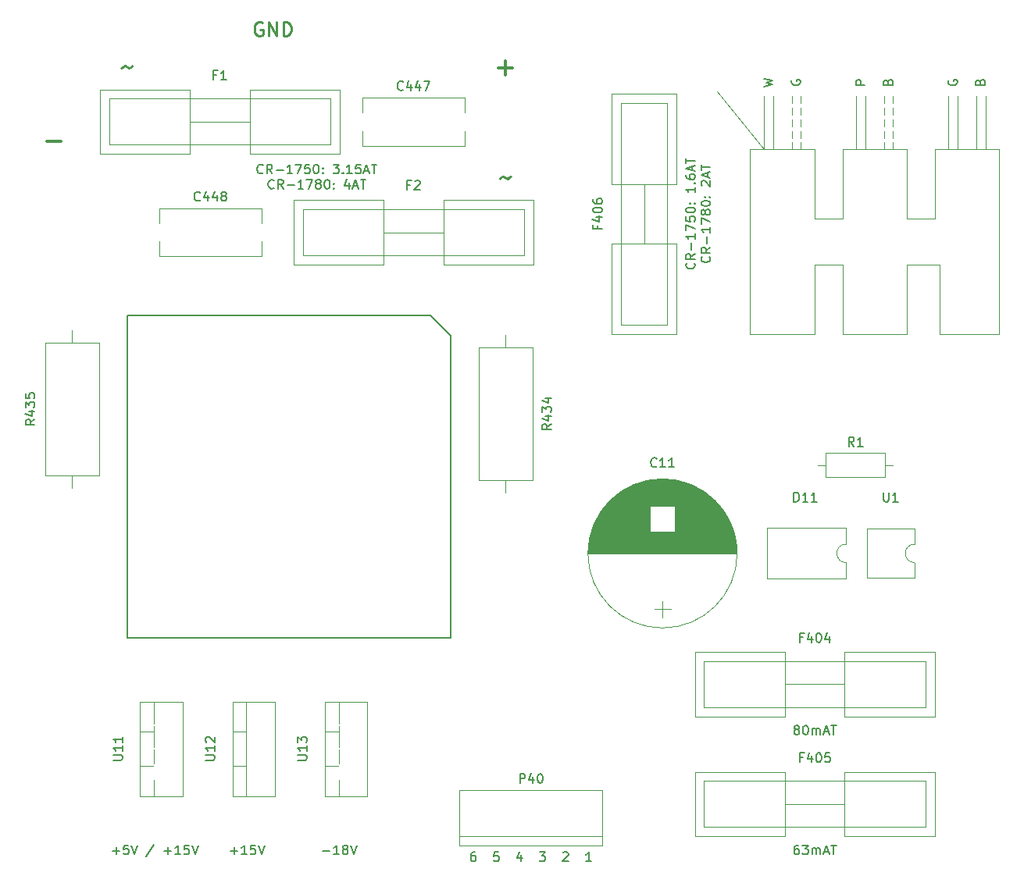
<source format=gto>
%TF.GenerationSoftware,KiCad,Pcbnew,(5.1.7)-1*%
%TF.CreationDate,2022-01-04T16:30:19+01:00*%
%TF.ProjectId,cr-17xx-psu-board,63722d31-3778-4782-9d70-73752d626f61,rev?*%
%TF.SameCoordinates,Original*%
%TF.FileFunction,Legend,Top*%
%TF.FilePolarity,Positive*%
%FSLAX46Y46*%
G04 Gerber Fmt 4.6, Leading zero omitted, Abs format (unit mm)*
G04 Created by KiCad (PCBNEW (5.1.7)-1) date 2022-01-04 16:30:19*
%MOMM*%
%LPD*%
G01*
G04 APERTURE LIST*
%ADD10C,0.150000*%
%ADD11C,0.225000*%
%ADD12C,0.300000*%
%ADD13C,0.120000*%
%ADD14R,2.600000X2.600000*%
%ADD15C,2.600000*%
%ADD16C,4.000000*%
%ADD17O,1.800000X1.800000*%
%ADD18R,1.800000X1.800000*%
%ADD19R,2.200000X1.800000*%
%ADD20O,2.200000X1.800000*%
%ADD21C,1.800000*%
%ADD22C,2.350000*%
%ADD23C,2.800000*%
%ADD24O,2.800000X2.800000*%
%ADD25C,4.000500*%
%ADD26R,2.000000X2.000000*%
%ADD27C,2.000000*%
%ADD28C,3.000000*%
G04 APERTURE END LIST*
D10*
X82285714Y-114202380D02*
X81714285Y-114202380D01*
X82000000Y-114202380D02*
X82000000Y-113202380D01*
X81904761Y-113345238D01*
X81809523Y-113440476D01*
X81714285Y-113488095D01*
X79214285Y-113297619D02*
X79261904Y-113250000D01*
X79357142Y-113202380D01*
X79595238Y-113202380D01*
X79690476Y-113250000D01*
X79738095Y-113297619D01*
X79785714Y-113392857D01*
X79785714Y-113488095D01*
X79738095Y-113630952D01*
X79166666Y-114202380D01*
X79785714Y-114202380D01*
X76666666Y-113202380D02*
X77285714Y-113202380D01*
X76952380Y-113583333D01*
X77095238Y-113583333D01*
X77190476Y-113630952D01*
X77238095Y-113678571D01*
X77285714Y-113773809D01*
X77285714Y-114011904D01*
X77238095Y-114107142D01*
X77190476Y-114154761D01*
X77095238Y-114202380D01*
X76809523Y-114202380D01*
X76714285Y-114154761D01*
X76666666Y-114107142D01*
X74690476Y-113535714D02*
X74690476Y-114202380D01*
X74452380Y-113154761D02*
X74214285Y-113869047D01*
X74833333Y-113869047D01*
X72238095Y-113202380D02*
X71761904Y-113202380D01*
X71714285Y-113678571D01*
X71761904Y-113630952D01*
X71857142Y-113583333D01*
X72095238Y-113583333D01*
X72190476Y-113630952D01*
X72238095Y-113678571D01*
X72285714Y-113773809D01*
X72285714Y-114011904D01*
X72238095Y-114107142D01*
X72190476Y-114154761D01*
X72095238Y-114202380D01*
X71857142Y-114202380D01*
X71761904Y-114154761D01*
X71714285Y-114107142D01*
X69690476Y-113202380D02*
X69500000Y-113202380D01*
X69404761Y-113250000D01*
X69357142Y-113297619D01*
X69261904Y-113440476D01*
X69214285Y-113630952D01*
X69214285Y-114011904D01*
X69261904Y-114107142D01*
X69309523Y-114154761D01*
X69404761Y-114202380D01*
X69595238Y-114202380D01*
X69690476Y-114154761D01*
X69738095Y-114107142D01*
X69785714Y-114011904D01*
X69785714Y-113773809D01*
X69738095Y-113678571D01*
X69690476Y-113630952D01*
X69595238Y-113583333D01*
X69404761Y-113583333D01*
X69309523Y-113630952D01*
X69261904Y-113678571D01*
X69214285Y-113773809D01*
D11*
X72345238Y-40178571D02*
X72464285Y-40059523D01*
X72702380Y-39940476D01*
X73178571Y-40178571D01*
X73416666Y-40059523D01*
X73535714Y-39940476D01*
X31345238Y-28178571D02*
X31464285Y-28059523D01*
X31702380Y-27940476D01*
X32178571Y-28178571D01*
X32416666Y-28059523D01*
X32535714Y-27940476D01*
X46607142Y-23250000D02*
X46464285Y-23178571D01*
X46250000Y-23178571D01*
X46035714Y-23250000D01*
X45892857Y-23392857D01*
X45821428Y-23535714D01*
X45750000Y-23821428D01*
X45750000Y-24035714D01*
X45821428Y-24321428D01*
X45892857Y-24464285D01*
X46035714Y-24607142D01*
X46250000Y-24678571D01*
X46392857Y-24678571D01*
X46607142Y-24607142D01*
X46678571Y-24535714D01*
X46678571Y-24035714D01*
X46392857Y-24035714D01*
X47321428Y-24678571D02*
X47321428Y-23178571D01*
X48178571Y-24678571D01*
X48178571Y-23178571D01*
X48892857Y-24678571D02*
X48892857Y-23178571D01*
X49250000Y-23178571D01*
X49464285Y-23250000D01*
X49607142Y-23392857D01*
X49678571Y-23535714D01*
X49750000Y-23821428D01*
X49750000Y-24035714D01*
X49678571Y-24321428D01*
X49607142Y-24464285D01*
X49464285Y-24607142D01*
X49250000Y-24678571D01*
X48892857Y-24678571D01*
D10*
X53188095Y-113071428D02*
X53950000Y-113071428D01*
X54950000Y-113452380D02*
X54378571Y-113452380D01*
X54664285Y-113452380D02*
X54664285Y-112452380D01*
X54569047Y-112595238D01*
X54473809Y-112690476D01*
X54378571Y-112738095D01*
X55521428Y-112880952D02*
X55426190Y-112833333D01*
X55378571Y-112785714D01*
X55330952Y-112690476D01*
X55330952Y-112642857D01*
X55378571Y-112547619D01*
X55426190Y-112500000D01*
X55521428Y-112452380D01*
X55711904Y-112452380D01*
X55807142Y-112500000D01*
X55854761Y-112547619D01*
X55902380Y-112642857D01*
X55902380Y-112690476D01*
X55854761Y-112785714D01*
X55807142Y-112833333D01*
X55711904Y-112880952D01*
X55521428Y-112880952D01*
X55426190Y-112928571D01*
X55378571Y-112976190D01*
X55330952Y-113071428D01*
X55330952Y-113261904D01*
X55378571Y-113357142D01*
X55426190Y-113404761D01*
X55521428Y-113452380D01*
X55711904Y-113452380D01*
X55807142Y-113404761D01*
X55854761Y-113357142D01*
X55902380Y-113261904D01*
X55902380Y-113071428D01*
X55854761Y-112976190D01*
X55807142Y-112928571D01*
X55711904Y-112880952D01*
X56188095Y-112452380D02*
X56521428Y-113452380D01*
X56854761Y-112452380D01*
X43188095Y-113071428D02*
X43950000Y-113071428D01*
X43569047Y-113452380D02*
X43569047Y-112690476D01*
X44950000Y-113452380D02*
X44378571Y-113452380D01*
X44664285Y-113452380D02*
X44664285Y-112452380D01*
X44569047Y-112595238D01*
X44473809Y-112690476D01*
X44378571Y-112738095D01*
X45854761Y-112452380D02*
X45378571Y-112452380D01*
X45330952Y-112928571D01*
X45378571Y-112880952D01*
X45473809Y-112833333D01*
X45711904Y-112833333D01*
X45807142Y-112880952D01*
X45854761Y-112928571D01*
X45902380Y-113023809D01*
X45902380Y-113261904D01*
X45854761Y-113357142D01*
X45807142Y-113404761D01*
X45711904Y-113452380D01*
X45473809Y-113452380D01*
X45378571Y-113404761D01*
X45330952Y-113357142D01*
X46188095Y-112452380D02*
X46521428Y-113452380D01*
X46854761Y-112452380D01*
X30378571Y-113071428D02*
X31140476Y-113071428D01*
X30759523Y-113452380D02*
X30759523Y-112690476D01*
X32092857Y-112452380D02*
X31616666Y-112452380D01*
X31569047Y-112928571D01*
X31616666Y-112880952D01*
X31711904Y-112833333D01*
X31950000Y-112833333D01*
X32045238Y-112880952D01*
X32092857Y-112928571D01*
X32140476Y-113023809D01*
X32140476Y-113261904D01*
X32092857Y-113357142D01*
X32045238Y-113404761D01*
X31950000Y-113452380D01*
X31711904Y-113452380D01*
X31616666Y-113404761D01*
X31569047Y-113357142D01*
X32426190Y-112452380D02*
X32759523Y-113452380D01*
X33092857Y-112452380D01*
X34902380Y-112404761D02*
X34045238Y-113690476D01*
X35997619Y-113071428D02*
X36759523Y-113071428D01*
X36378571Y-113452380D02*
X36378571Y-112690476D01*
X37759523Y-113452380D02*
X37188095Y-113452380D01*
X37473809Y-113452380D02*
X37473809Y-112452380D01*
X37378571Y-112595238D01*
X37283333Y-112690476D01*
X37188095Y-112738095D01*
X38664285Y-112452380D02*
X38188095Y-112452380D01*
X38140476Y-112928571D01*
X38188095Y-112880952D01*
X38283333Y-112833333D01*
X38521428Y-112833333D01*
X38616666Y-112880952D01*
X38664285Y-112928571D01*
X38711904Y-113023809D01*
X38711904Y-113261904D01*
X38664285Y-113357142D01*
X38616666Y-113404761D01*
X38521428Y-113452380D01*
X38283333Y-113452380D01*
X38188095Y-113404761D01*
X38140476Y-113357142D01*
X38997619Y-112452380D02*
X39330952Y-113452380D01*
X39664285Y-112452380D01*
X46690476Y-39532142D02*
X46642857Y-39579761D01*
X46500000Y-39627380D01*
X46404761Y-39627380D01*
X46261904Y-39579761D01*
X46166666Y-39484523D01*
X46119047Y-39389285D01*
X46071428Y-39198809D01*
X46071428Y-39055952D01*
X46119047Y-38865476D01*
X46166666Y-38770238D01*
X46261904Y-38675000D01*
X46404761Y-38627380D01*
X46500000Y-38627380D01*
X46642857Y-38675000D01*
X46690476Y-38722619D01*
X47690476Y-39627380D02*
X47357142Y-39151190D01*
X47119047Y-39627380D02*
X47119047Y-38627380D01*
X47500000Y-38627380D01*
X47595238Y-38675000D01*
X47642857Y-38722619D01*
X47690476Y-38817857D01*
X47690476Y-38960714D01*
X47642857Y-39055952D01*
X47595238Y-39103571D01*
X47500000Y-39151190D01*
X47119047Y-39151190D01*
X48119047Y-39246428D02*
X48880952Y-39246428D01*
X49880952Y-39627380D02*
X49309523Y-39627380D01*
X49595238Y-39627380D02*
X49595238Y-38627380D01*
X49500000Y-38770238D01*
X49404761Y-38865476D01*
X49309523Y-38913095D01*
X50214285Y-38627380D02*
X50880952Y-38627380D01*
X50452380Y-39627380D01*
X51738095Y-38627380D02*
X51261904Y-38627380D01*
X51214285Y-39103571D01*
X51261904Y-39055952D01*
X51357142Y-39008333D01*
X51595238Y-39008333D01*
X51690476Y-39055952D01*
X51738095Y-39103571D01*
X51785714Y-39198809D01*
X51785714Y-39436904D01*
X51738095Y-39532142D01*
X51690476Y-39579761D01*
X51595238Y-39627380D01*
X51357142Y-39627380D01*
X51261904Y-39579761D01*
X51214285Y-39532142D01*
X52404761Y-38627380D02*
X52500000Y-38627380D01*
X52595238Y-38675000D01*
X52642857Y-38722619D01*
X52690476Y-38817857D01*
X52738095Y-39008333D01*
X52738095Y-39246428D01*
X52690476Y-39436904D01*
X52642857Y-39532142D01*
X52595238Y-39579761D01*
X52500000Y-39627380D01*
X52404761Y-39627380D01*
X52309523Y-39579761D01*
X52261904Y-39532142D01*
X52214285Y-39436904D01*
X52166666Y-39246428D01*
X52166666Y-39008333D01*
X52214285Y-38817857D01*
X52261904Y-38722619D01*
X52309523Y-38675000D01*
X52404761Y-38627380D01*
X53166666Y-39532142D02*
X53214285Y-39579761D01*
X53166666Y-39627380D01*
X53119047Y-39579761D01*
X53166666Y-39532142D01*
X53166666Y-39627380D01*
X53166666Y-39008333D02*
X53214285Y-39055952D01*
X53166666Y-39103571D01*
X53119047Y-39055952D01*
X53166666Y-39008333D01*
X53166666Y-39103571D01*
X54309523Y-38627380D02*
X54928571Y-38627380D01*
X54595238Y-39008333D01*
X54738095Y-39008333D01*
X54833333Y-39055952D01*
X54880952Y-39103571D01*
X54928571Y-39198809D01*
X54928571Y-39436904D01*
X54880952Y-39532142D01*
X54833333Y-39579761D01*
X54738095Y-39627380D01*
X54452380Y-39627380D01*
X54357142Y-39579761D01*
X54309523Y-39532142D01*
X55357142Y-39532142D02*
X55404761Y-39579761D01*
X55357142Y-39627380D01*
X55309523Y-39579761D01*
X55357142Y-39532142D01*
X55357142Y-39627380D01*
X56357142Y-39627380D02*
X55785714Y-39627380D01*
X56071428Y-39627380D02*
X56071428Y-38627380D01*
X55976190Y-38770238D01*
X55880952Y-38865476D01*
X55785714Y-38913095D01*
X57261904Y-38627380D02*
X56785714Y-38627380D01*
X56738095Y-39103571D01*
X56785714Y-39055952D01*
X56880952Y-39008333D01*
X57119047Y-39008333D01*
X57214285Y-39055952D01*
X57261904Y-39103571D01*
X57309523Y-39198809D01*
X57309523Y-39436904D01*
X57261904Y-39532142D01*
X57214285Y-39579761D01*
X57119047Y-39627380D01*
X56880952Y-39627380D01*
X56785714Y-39579761D01*
X56738095Y-39532142D01*
X57690476Y-39341666D02*
X58166666Y-39341666D01*
X57595238Y-39627380D02*
X57928571Y-38627380D01*
X58261904Y-39627380D01*
X58452380Y-38627380D02*
X59023809Y-38627380D01*
X58738095Y-39627380D02*
X58738095Y-38627380D01*
X47880952Y-41182142D02*
X47833333Y-41229761D01*
X47690476Y-41277380D01*
X47595238Y-41277380D01*
X47452380Y-41229761D01*
X47357142Y-41134523D01*
X47309523Y-41039285D01*
X47261904Y-40848809D01*
X47261904Y-40705952D01*
X47309523Y-40515476D01*
X47357142Y-40420238D01*
X47452380Y-40325000D01*
X47595238Y-40277380D01*
X47690476Y-40277380D01*
X47833333Y-40325000D01*
X47880952Y-40372619D01*
X48880952Y-41277380D02*
X48547619Y-40801190D01*
X48309523Y-41277380D02*
X48309523Y-40277380D01*
X48690476Y-40277380D01*
X48785714Y-40325000D01*
X48833333Y-40372619D01*
X48880952Y-40467857D01*
X48880952Y-40610714D01*
X48833333Y-40705952D01*
X48785714Y-40753571D01*
X48690476Y-40801190D01*
X48309523Y-40801190D01*
X49309523Y-40896428D02*
X50071428Y-40896428D01*
X51071428Y-41277380D02*
X50499999Y-41277380D01*
X50785714Y-41277380D02*
X50785714Y-40277380D01*
X50690476Y-40420238D01*
X50595238Y-40515476D01*
X50499999Y-40563095D01*
X51404761Y-40277380D02*
X52071428Y-40277380D01*
X51642857Y-41277380D01*
X52595238Y-40705952D02*
X52499999Y-40658333D01*
X52452380Y-40610714D01*
X52404761Y-40515476D01*
X52404761Y-40467857D01*
X52452380Y-40372619D01*
X52499999Y-40325000D01*
X52595238Y-40277380D01*
X52785714Y-40277380D01*
X52880952Y-40325000D01*
X52928571Y-40372619D01*
X52976190Y-40467857D01*
X52976190Y-40515476D01*
X52928571Y-40610714D01*
X52880952Y-40658333D01*
X52785714Y-40705952D01*
X52595238Y-40705952D01*
X52499999Y-40753571D01*
X52452380Y-40801190D01*
X52404761Y-40896428D01*
X52404761Y-41086904D01*
X52452380Y-41182142D01*
X52499999Y-41229761D01*
X52595238Y-41277380D01*
X52785714Y-41277380D01*
X52880952Y-41229761D01*
X52928571Y-41182142D01*
X52976190Y-41086904D01*
X52976190Y-40896428D01*
X52928571Y-40801190D01*
X52880952Y-40753571D01*
X52785714Y-40705952D01*
X53595238Y-40277380D02*
X53690476Y-40277380D01*
X53785714Y-40325000D01*
X53833333Y-40372619D01*
X53880952Y-40467857D01*
X53928571Y-40658333D01*
X53928571Y-40896428D01*
X53880952Y-41086904D01*
X53833333Y-41182142D01*
X53785714Y-41229761D01*
X53690476Y-41277380D01*
X53595238Y-41277380D01*
X53499999Y-41229761D01*
X53452380Y-41182142D01*
X53404761Y-41086904D01*
X53357142Y-40896428D01*
X53357142Y-40658333D01*
X53404761Y-40467857D01*
X53452380Y-40372619D01*
X53499999Y-40325000D01*
X53595238Y-40277380D01*
X54357142Y-41182142D02*
X54404761Y-41229761D01*
X54357142Y-41277380D01*
X54309523Y-41229761D01*
X54357142Y-41182142D01*
X54357142Y-41277380D01*
X54357142Y-40658333D02*
X54404761Y-40705952D01*
X54357142Y-40753571D01*
X54309523Y-40705952D01*
X54357142Y-40658333D01*
X54357142Y-40753571D01*
X56023809Y-40610714D02*
X56023809Y-41277380D01*
X55785714Y-40229761D02*
X55547619Y-40944047D01*
X56166666Y-40944047D01*
X56499999Y-40991666D02*
X56976190Y-40991666D01*
X56404761Y-41277380D02*
X56738095Y-40277380D01*
X57071428Y-41277380D01*
X57261904Y-40277380D02*
X57833333Y-40277380D01*
X57547619Y-41277380D02*
X57547619Y-40277380D01*
D12*
X72238095Y-28142857D02*
X73761904Y-28142857D01*
X73000000Y-28904761D02*
X73000000Y-27380952D01*
X23238095Y-36142857D02*
X24761904Y-36142857D01*
D10*
X93432142Y-49333333D02*
X93479761Y-49380952D01*
X93527380Y-49523809D01*
X93527380Y-49619047D01*
X93479761Y-49761904D01*
X93384523Y-49857142D01*
X93289285Y-49904761D01*
X93098809Y-49952380D01*
X92955952Y-49952380D01*
X92765476Y-49904761D01*
X92670238Y-49857142D01*
X92575000Y-49761904D01*
X92527380Y-49619047D01*
X92527380Y-49523809D01*
X92575000Y-49380952D01*
X92622619Y-49333333D01*
X93527380Y-48333333D02*
X93051190Y-48666666D01*
X93527380Y-48904761D02*
X92527380Y-48904761D01*
X92527380Y-48523809D01*
X92575000Y-48428571D01*
X92622619Y-48380952D01*
X92717857Y-48333333D01*
X92860714Y-48333333D01*
X92955952Y-48380952D01*
X93003571Y-48428571D01*
X93051190Y-48523809D01*
X93051190Y-48904761D01*
X93146428Y-47904761D02*
X93146428Y-47142857D01*
X93527380Y-46142857D02*
X93527380Y-46714285D01*
X93527380Y-46428571D02*
X92527380Y-46428571D01*
X92670238Y-46523809D01*
X92765476Y-46619047D01*
X92813095Y-46714285D01*
X92527380Y-45809523D02*
X92527380Y-45142857D01*
X93527380Y-45571428D01*
X92527380Y-44285714D02*
X92527380Y-44761904D01*
X93003571Y-44809523D01*
X92955952Y-44761904D01*
X92908333Y-44666666D01*
X92908333Y-44428571D01*
X92955952Y-44333333D01*
X93003571Y-44285714D01*
X93098809Y-44238095D01*
X93336904Y-44238095D01*
X93432142Y-44285714D01*
X93479761Y-44333333D01*
X93527380Y-44428571D01*
X93527380Y-44666666D01*
X93479761Y-44761904D01*
X93432142Y-44809523D01*
X92527380Y-43619047D02*
X92527380Y-43523809D01*
X92575000Y-43428571D01*
X92622619Y-43380952D01*
X92717857Y-43333333D01*
X92908333Y-43285714D01*
X93146428Y-43285714D01*
X93336904Y-43333333D01*
X93432142Y-43380952D01*
X93479761Y-43428571D01*
X93527380Y-43523809D01*
X93527380Y-43619047D01*
X93479761Y-43714285D01*
X93432142Y-43761904D01*
X93336904Y-43809523D01*
X93146428Y-43857142D01*
X92908333Y-43857142D01*
X92717857Y-43809523D01*
X92622619Y-43761904D01*
X92575000Y-43714285D01*
X92527380Y-43619047D01*
X93432142Y-42857142D02*
X93479761Y-42809523D01*
X93527380Y-42857142D01*
X93479761Y-42904761D01*
X93432142Y-42857142D01*
X93527380Y-42857142D01*
X92908333Y-42857142D02*
X92955952Y-42809523D01*
X93003571Y-42857142D01*
X92955952Y-42904761D01*
X92908333Y-42857142D01*
X93003571Y-42857142D01*
X93527380Y-41095238D02*
X93527380Y-41666666D01*
X93527380Y-41380952D02*
X92527380Y-41380952D01*
X92670238Y-41476190D01*
X92765476Y-41571428D01*
X92813095Y-41666666D01*
X93432142Y-40666666D02*
X93479761Y-40619047D01*
X93527380Y-40666666D01*
X93479761Y-40714285D01*
X93432142Y-40666666D01*
X93527380Y-40666666D01*
X92527380Y-39761904D02*
X92527380Y-39952380D01*
X92575000Y-40047619D01*
X92622619Y-40095238D01*
X92765476Y-40190476D01*
X92955952Y-40238095D01*
X93336904Y-40238095D01*
X93432142Y-40190476D01*
X93479761Y-40142857D01*
X93527380Y-40047619D01*
X93527380Y-39857142D01*
X93479761Y-39761904D01*
X93432142Y-39714285D01*
X93336904Y-39666666D01*
X93098809Y-39666666D01*
X93003571Y-39714285D01*
X92955952Y-39761904D01*
X92908333Y-39857142D01*
X92908333Y-40047619D01*
X92955952Y-40142857D01*
X93003571Y-40190476D01*
X93098809Y-40238095D01*
X93241666Y-39285714D02*
X93241666Y-38809523D01*
X93527380Y-39380952D02*
X92527380Y-39047619D01*
X93527380Y-38714285D01*
X92527380Y-38523809D02*
X92527380Y-37952380D01*
X93527380Y-38238095D02*
X92527380Y-38238095D01*
X95082142Y-48619047D02*
X95129761Y-48666666D01*
X95177380Y-48809523D01*
X95177380Y-48904761D01*
X95129761Y-49047619D01*
X95034523Y-49142857D01*
X94939285Y-49190476D01*
X94748809Y-49238095D01*
X94605952Y-49238095D01*
X94415476Y-49190476D01*
X94320238Y-49142857D01*
X94225000Y-49047619D01*
X94177380Y-48904761D01*
X94177380Y-48809523D01*
X94225000Y-48666666D01*
X94272619Y-48619047D01*
X95177380Y-47619047D02*
X94701190Y-47952380D01*
X95177380Y-48190476D02*
X94177380Y-48190476D01*
X94177380Y-47809523D01*
X94225000Y-47714285D01*
X94272619Y-47666666D01*
X94367857Y-47619047D01*
X94510714Y-47619047D01*
X94605952Y-47666666D01*
X94653571Y-47714285D01*
X94701190Y-47809523D01*
X94701190Y-48190476D01*
X94796428Y-47190476D02*
X94796428Y-46428571D01*
X95177380Y-45428571D02*
X95177380Y-46000000D01*
X95177380Y-45714285D02*
X94177380Y-45714285D01*
X94320238Y-45809523D01*
X94415476Y-45904761D01*
X94463095Y-46000000D01*
X94177380Y-45095238D02*
X94177380Y-44428571D01*
X95177380Y-44857142D01*
X94605952Y-43904761D02*
X94558333Y-44000000D01*
X94510714Y-44047619D01*
X94415476Y-44095238D01*
X94367857Y-44095238D01*
X94272619Y-44047619D01*
X94225000Y-44000000D01*
X94177380Y-43904761D01*
X94177380Y-43714285D01*
X94225000Y-43619047D01*
X94272619Y-43571428D01*
X94367857Y-43523809D01*
X94415476Y-43523809D01*
X94510714Y-43571428D01*
X94558333Y-43619047D01*
X94605952Y-43714285D01*
X94605952Y-43904761D01*
X94653571Y-44000000D01*
X94701190Y-44047619D01*
X94796428Y-44095238D01*
X94986904Y-44095238D01*
X95082142Y-44047619D01*
X95129761Y-44000000D01*
X95177380Y-43904761D01*
X95177380Y-43714285D01*
X95129761Y-43619047D01*
X95082142Y-43571428D01*
X94986904Y-43523809D01*
X94796428Y-43523809D01*
X94701190Y-43571428D01*
X94653571Y-43619047D01*
X94605952Y-43714285D01*
X94177380Y-42904761D02*
X94177380Y-42809523D01*
X94225000Y-42714285D01*
X94272619Y-42666666D01*
X94367857Y-42619047D01*
X94558333Y-42571428D01*
X94796428Y-42571428D01*
X94986904Y-42619047D01*
X95082142Y-42666666D01*
X95129761Y-42714285D01*
X95177380Y-42809523D01*
X95177380Y-42904761D01*
X95129761Y-43000000D01*
X95082142Y-43047619D01*
X94986904Y-43095238D01*
X94796428Y-43142857D01*
X94558333Y-43142857D01*
X94367857Y-43095238D01*
X94272619Y-43047619D01*
X94225000Y-43000000D01*
X94177380Y-42904761D01*
X95082142Y-42142857D02*
X95129761Y-42095238D01*
X95177380Y-42142857D01*
X95129761Y-42190476D01*
X95082142Y-42142857D01*
X95177380Y-42142857D01*
X94558333Y-42142857D02*
X94605952Y-42095238D01*
X94653571Y-42142857D01*
X94605952Y-42190476D01*
X94558333Y-42142857D01*
X94653571Y-42142857D01*
X94272619Y-40952380D02*
X94225000Y-40904761D01*
X94177380Y-40809523D01*
X94177380Y-40571428D01*
X94225000Y-40476190D01*
X94272619Y-40428571D01*
X94367857Y-40380952D01*
X94463095Y-40380952D01*
X94605952Y-40428571D01*
X95177380Y-41000000D01*
X95177380Y-40380952D01*
X94891666Y-40000000D02*
X94891666Y-39523809D01*
X95177380Y-40095238D02*
X94177380Y-39761904D01*
X95177380Y-39428571D01*
X94177380Y-39238095D02*
X94177380Y-38666666D01*
X95177380Y-38952380D02*
X94177380Y-38952380D01*
X104452380Y-99880952D02*
X104357142Y-99833333D01*
X104309523Y-99785714D01*
X104261904Y-99690476D01*
X104261904Y-99642857D01*
X104309523Y-99547619D01*
X104357142Y-99500000D01*
X104452380Y-99452380D01*
X104642857Y-99452380D01*
X104738095Y-99500000D01*
X104785714Y-99547619D01*
X104833333Y-99642857D01*
X104833333Y-99690476D01*
X104785714Y-99785714D01*
X104738095Y-99833333D01*
X104642857Y-99880952D01*
X104452380Y-99880952D01*
X104357142Y-99928571D01*
X104309523Y-99976190D01*
X104261904Y-100071428D01*
X104261904Y-100261904D01*
X104309523Y-100357142D01*
X104357142Y-100404761D01*
X104452380Y-100452380D01*
X104642857Y-100452380D01*
X104738095Y-100404761D01*
X104785714Y-100357142D01*
X104833333Y-100261904D01*
X104833333Y-100071428D01*
X104785714Y-99976190D01*
X104738095Y-99928571D01*
X104642857Y-99880952D01*
X105452380Y-99452380D02*
X105547619Y-99452380D01*
X105642857Y-99500000D01*
X105690476Y-99547619D01*
X105738095Y-99642857D01*
X105785714Y-99833333D01*
X105785714Y-100071428D01*
X105738095Y-100261904D01*
X105690476Y-100357142D01*
X105642857Y-100404761D01*
X105547619Y-100452380D01*
X105452380Y-100452380D01*
X105357142Y-100404761D01*
X105309523Y-100357142D01*
X105261904Y-100261904D01*
X105214285Y-100071428D01*
X105214285Y-99833333D01*
X105261904Y-99642857D01*
X105309523Y-99547619D01*
X105357142Y-99500000D01*
X105452380Y-99452380D01*
X106214285Y-100452380D02*
X106214285Y-99785714D01*
X106214285Y-99880952D02*
X106261904Y-99833333D01*
X106357142Y-99785714D01*
X106500000Y-99785714D01*
X106595238Y-99833333D01*
X106642857Y-99928571D01*
X106642857Y-100452380D01*
X106642857Y-99928571D02*
X106690476Y-99833333D01*
X106785714Y-99785714D01*
X106928571Y-99785714D01*
X107023809Y-99833333D01*
X107071428Y-99928571D01*
X107071428Y-100452380D01*
X107500000Y-100166666D02*
X107976190Y-100166666D01*
X107404761Y-100452380D02*
X107738095Y-99452380D01*
X108071428Y-100452380D01*
X108261904Y-99452380D02*
X108833333Y-99452380D01*
X108547619Y-100452380D02*
X108547619Y-99452380D01*
X104738095Y-112452380D02*
X104547619Y-112452380D01*
X104452380Y-112500000D01*
X104404761Y-112547619D01*
X104309523Y-112690476D01*
X104261904Y-112880952D01*
X104261904Y-113261904D01*
X104309523Y-113357142D01*
X104357142Y-113404761D01*
X104452380Y-113452380D01*
X104642857Y-113452380D01*
X104738095Y-113404761D01*
X104785714Y-113357142D01*
X104833333Y-113261904D01*
X104833333Y-113023809D01*
X104785714Y-112928571D01*
X104738095Y-112880952D01*
X104642857Y-112833333D01*
X104452380Y-112833333D01*
X104357142Y-112880952D01*
X104309523Y-112928571D01*
X104261904Y-113023809D01*
X105166666Y-112452380D02*
X105785714Y-112452380D01*
X105452380Y-112833333D01*
X105595238Y-112833333D01*
X105690476Y-112880952D01*
X105738095Y-112928571D01*
X105785714Y-113023809D01*
X105785714Y-113261904D01*
X105738095Y-113357142D01*
X105690476Y-113404761D01*
X105595238Y-113452380D01*
X105309523Y-113452380D01*
X105214285Y-113404761D01*
X105166666Y-113357142D01*
X106214285Y-113452380D02*
X106214285Y-112785714D01*
X106214285Y-112880952D02*
X106261904Y-112833333D01*
X106357142Y-112785714D01*
X106500000Y-112785714D01*
X106595238Y-112833333D01*
X106642857Y-112928571D01*
X106642857Y-113452380D01*
X106642857Y-112928571D02*
X106690476Y-112833333D01*
X106785714Y-112785714D01*
X106928571Y-112785714D01*
X107023809Y-112833333D01*
X107071428Y-112928571D01*
X107071428Y-113452380D01*
X107500000Y-113166666D02*
X107976190Y-113166666D01*
X107404761Y-113452380D02*
X107738095Y-112452380D01*
X108071428Y-113452380D01*
X108261904Y-112452380D02*
X108833333Y-112452380D01*
X108547619Y-113452380D02*
X108547619Y-112452380D01*
D13*
X101000000Y-37000000D02*
X95900000Y-30700000D01*
D10*
X124428571Y-29678571D02*
X124476190Y-29535714D01*
X124523809Y-29488095D01*
X124619047Y-29440476D01*
X124761904Y-29440476D01*
X124857142Y-29488095D01*
X124904761Y-29535714D01*
X124952380Y-29630952D01*
X124952380Y-30011904D01*
X123952380Y-30011904D01*
X123952380Y-29678571D01*
X124000000Y-29583333D01*
X124047619Y-29535714D01*
X124142857Y-29488095D01*
X124238095Y-29488095D01*
X124333333Y-29535714D01*
X124380952Y-29583333D01*
X124428571Y-29678571D01*
X124428571Y-30011904D01*
X121000000Y-29488095D02*
X120952380Y-29583333D01*
X120952380Y-29726190D01*
X121000000Y-29869047D01*
X121095238Y-29964285D01*
X121190476Y-30011904D01*
X121380952Y-30059523D01*
X121523809Y-30059523D01*
X121714285Y-30011904D01*
X121809523Y-29964285D01*
X121904761Y-29869047D01*
X121952380Y-29726190D01*
X121952380Y-29630952D01*
X121904761Y-29488095D01*
X121857142Y-29440476D01*
X121523809Y-29440476D01*
X121523809Y-29630952D01*
X114428571Y-29678571D02*
X114476190Y-29535714D01*
X114523809Y-29488095D01*
X114619047Y-29440476D01*
X114761904Y-29440476D01*
X114857142Y-29488095D01*
X114904761Y-29535714D01*
X114952380Y-29630952D01*
X114952380Y-30011904D01*
X113952380Y-30011904D01*
X113952380Y-29678571D01*
X114000000Y-29583333D01*
X114047619Y-29535714D01*
X114142857Y-29488095D01*
X114238095Y-29488095D01*
X114333333Y-29535714D01*
X114380952Y-29583333D01*
X114428571Y-29678571D01*
X114428571Y-30011904D01*
X111952380Y-30011904D02*
X110952380Y-30011904D01*
X110952380Y-29630952D01*
X111000000Y-29535714D01*
X111047619Y-29488095D01*
X111142857Y-29440476D01*
X111285714Y-29440476D01*
X111380952Y-29488095D01*
X111428571Y-29535714D01*
X111476190Y-29630952D01*
X111476190Y-30011904D01*
X104000000Y-29488095D02*
X103952380Y-29583333D01*
X103952380Y-29726190D01*
X104000000Y-29869047D01*
X104095238Y-29964285D01*
X104190476Y-30011904D01*
X104380952Y-30059523D01*
X104523809Y-30059523D01*
X104714285Y-30011904D01*
X104809523Y-29964285D01*
X104904761Y-29869047D01*
X104952380Y-29726190D01*
X104952380Y-29630952D01*
X104904761Y-29488095D01*
X104857142Y-29440476D01*
X104523809Y-29440476D01*
X104523809Y-29630952D01*
X100952380Y-30178571D02*
X101952380Y-29940476D01*
X101238095Y-29750000D01*
X101952380Y-29559523D01*
X100952380Y-29321428D01*
D13*
X101000000Y-37000000D02*
X101000000Y-31250000D01*
X102000000Y-37000000D02*
X102000000Y-31250000D01*
X104000000Y-32000000D02*
X104000000Y-31250000D01*
X104000000Y-33250000D02*
X104000000Y-32500000D01*
X104000000Y-34500000D02*
X104000000Y-33750000D01*
X104000000Y-37000000D02*
X104000000Y-36250000D01*
X104000000Y-35750000D02*
X104000000Y-35000000D01*
X105000000Y-32000000D02*
X105000000Y-31250000D01*
X105000000Y-33250000D02*
X105000000Y-32500000D01*
X105000000Y-34500000D02*
X105000000Y-33750000D01*
X105000000Y-37000000D02*
X105000000Y-36250000D01*
X105000000Y-35750000D02*
X105000000Y-35000000D01*
X115000000Y-32000000D02*
X115000000Y-31250000D01*
X115000000Y-33250000D02*
X115000000Y-32500000D01*
X115000000Y-34500000D02*
X115000000Y-33750000D01*
X115000000Y-35750000D02*
X115000000Y-35000000D01*
X115000000Y-37000000D02*
X115000000Y-36250000D01*
X114000000Y-32000000D02*
X114000000Y-31250000D01*
X114000000Y-33250000D02*
X114000000Y-32500000D01*
X114000000Y-34500000D02*
X114000000Y-33750000D01*
X114000000Y-35750000D02*
X114000000Y-35000000D01*
X114000000Y-37000000D02*
X114000000Y-36250000D01*
X111000000Y-37000000D02*
X111000000Y-31250000D01*
X112000000Y-37000000D02*
X112000000Y-31250000D01*
X121000000Y-37000000D02*
X121000000Y-31250000D01*
X122000000Y-37000000D02*
X122000000Y-31250000D01*
X124000000Y-37000000D02*
X124000000Y-31250000D01*
X125000000Y-37000000D02*
X125000000Y-31250000D01*
X116500000Y-57000000D02*
X109500000Y-57000000D01*
X116500000Y-49500000D02*
X116500000Y-57000000D01*
X109500000Y-49500000D02*
X109500000Y-57000000D01*
X116500000Y-37000000D02*
X109500000Y-37000000D01*
X116500000Y-44500000D02*
X116500000Y-37000000D01*
X109500000Y-44500000D02*
X109500000Y-37000000D01*
X106500000Y-37000000D02*
X106500000Y-44500000D01*
X106500000Y-57000000D02*
X106500000Y-49500000D01*
X120000000Y-57000000D02*
X120000000Y-49500000D01*
X119500000Y-37000000D02*
X119500000Y-44500000D01*
X120000000Y-49500000D02*
X116500000Y-49500000D01*
X109500000Y-49500000D02*
X106500000Y-49500000D01*
X109500000Y-44500000D02*
X106500000Y-44500000D01*
X119500000Y-44500000D02*
X116500000Y-44500000D01*
X99500000Y-37000000D02*
X106500000Y-37000000D01*
X106500000Y-57000000D02*
X99500000Y-57000000D01*
X120000000Y-57000000D02*
X126500000Y-57000000D01*
X119500000Y-37000000D02*
X126500000Y-37000000D01*
X99500000Y-57000000D02*
X99500000Y-37000000D01*
X126500000Y-57000000D02*
X126500000Y-37000000D01*
X89100000Y-86860000D02*
X90900000Y-86860000D01*
X90000000Y-87760000D02*
X90000000Y-85960000D01*
X89637000Y-72729000D02*
X90363000Y-72729000D01*
X89141000Y-72769000D02*
X90859000Y-72769000D01*
X88836000Y-72809000D02*
X91164000Y-72809000D01*
X88595000Y-72849000D02*
X91405000Y-72849000D01*
X88390000Y-72889000D02*
X91610000Y-72889000D01*
X88208000Y-72929000D02*
X91792000Y-72929000D01*
X88044000Y-72969000D02*
X91956000Y-72969000D01*
X87893000Y-73009000D02*
X92107000Y-73009000D01*
X87752000Y-73049000D02*
X92248000Y-73049000D01*
X87621000Y-73089000D02*
X92379000Y-73089000D01*
X87497000Y-73129000D02*
X92503000Y-73129000D01*
X87379000Y-73169000D02*
X92621000Y-73169000D01*
X87267000Y-73209000D02*
X92733000Y-73209000D01*
X87159000Y-73249000D02*
X92841000Y-73249000D01*
X87057000Y-73289000D02*
X92943000Y-73289000D01*
X86958000Y-73329000D02*
X93042000Y-73329000D01*
X86862000Y-73369000D02*
X93138000Y-73369000D01*
X86770000Y-73409000D02*
X93230000Y-73409000D01*
X86681000Y-73449000D02*
X93319000Y-73449000D01*
X86595000Y-73489000D02*
X93405000Y-73489000D01*
X86511000Y-73529000D02*
X93489000Y-73529000D01*
X86430000Y-73569000D02*
X93570000Y-73569000D01*
X86351000Y-73609000D02*
X93649000Y-73609000D01*
X86274000Y-73649000D02*
X93726000Y-73649000D01*
X86198000Y-73689000D02*
X93802000Y-73689000D01*
X86125000Y-73729000D02*
X93875000Y-73729000D01*
X86054000Y-73769000D02*
X93946000Y-73769000D01*
X85984000Y-73809000D02*
X94016000Y-73809000D01*
X85916000Y-73849000D02*
X94084000Y-73849000D01*
X85849000Y-73889000D02*
X94151000Y-73889000D01*
X85783000Y-73929000D02*
X94217000Y-73929000D01*
X85719000Y-73969000D02*
X94281000Y-73969000D01*
X85657000Y-74009000D02*
X94343000Y-74009000D01*
X85595000Y-74049000D02*
X94405000Y-74049000D01*
X85535000Y-74089000D02*
X94465000Y-74089000D01*
X85476000Y-74129000D02*
X94524000Y-74129000D01*
X85418000Y-74169000D02*
X94582000Y-74169000D01*
X85361000Y-74209000D02*
X94639000Y-74209000D01*
X85305000Y-74249000D02*
X94695000Y-74249000D01*
X85250000Y-74289000D02*
X94750000Y-74289000D01*
X85196000Y-74329000D02*
X94804000Y-74329000D01*
X85143000Y-74369000D02*
X94857000Y-74369000D01*
X85091000Y-74409000D02*
X94909000Y-74409000D01*
X85040000Y-74449000D02*
X94960000Y-74449000D01*
X84989000Y-74489000D02*
X95011000Y-74489000D01*
X84940000Y-74529000D02*
X95060000Y-74529000D01*
X84891000Y-74569000D02*
X95109000Y-74569000D01*
X84843000Y-74609000D02*
X95157000Y-74609000D01*
X84795000Y-74649000D02*
X95205000Y-74649000D01*
X84749000Y-74689000D02*
X95251000Y-74689000D01*
X84703000Y-74729000D02*
X95297000Y-74729000D01*
X84657000Y-74769000D02*
X95343000Y-74769000D01*
X84613000Y-74809000D02*
X95387000Y-74809000D01*
X84569000Y-74849000D02*
X95431000Y-74849000D01*
X84526000Y-74889000D02*
X95474000Y-74889000D01*
X84483000Y-74929000D02*
X95517000Y-74929000D01*
X84441000Y-74969000D02*
X95559000Y-74969000D01*
X84400000Y-75009000D02*
X95600000Y-75009000D01*
X84359000Y-75049000D02*
X95641000Y-75049000D01*
X84319000Y-75089000D02*
X95681000Y-75089000D01*
X84279000Y-75129000D02*
X95721000Y-75129000D01*
X84240000Y-75169000D02*
X95760000Y-75169000D01*
X84201000Y-75209000D02*
X95799000Y-75209000D01*
X84163000Y-75249000D02*
X95837000Y-75249000D01*
X84125000Y-75289000D02*
X95875000Y-75289000D01*
X84088000Y-75329000D02*
X95912000Y-75329000D01*
X84052000Y-75369000D02*
X95948000Y-75369000D01*
X84016000Y-75409000D02*
X95984000Y-75409000D01*
X83980000Y-75449000D02*
X96020000Y-75449000D01*
X83945000Y-75489000D02*
X96055000Y-75489000D01*
X83910000Y-75529000D02*
X96090000Y-75529000D01*
X83876000Y-75569000D02*
X96124000Y-75569000D01*
X83842000Y-75609000D02*
X96158000Y-75609000D01*
X83809000Y-75649000D02*
X96191000Y-75649000D01*
X91380000Y-75689000D02*
X96224000Y-75689000D01*
X83776000Y-75689000D02*
X88620000Y-75689000D01*
X91380000Y-75729000D02*
X96257000Y-75729000D01*
X83743000Y-75729000D02*
X88620000Y-75729000D01*
X91380000Y-75769000D02*
X96289000Y-75769000D01*
X83711000Y-75769000D02*
X88620000Y-75769000D01*
X91380000Y-75809000D02*
X96320000Y-75809000D01*
X83680000Y-75809000D02*
X88620000Y-75809000D01*
X91380000Y-75849000D02*
X96352000Y-75849000D01*
X83648000Y-75849000D02*
X88620000Y-75849000D01*
X91380000Y-75889000D02*
X96382000Y-75889000D01*
X83618000Y-75889000D02*
X88620000Y-75889000D01*
X91380000Y-75929000D02*
X96413000Y-75929000D01*
X83587000Y-75929000D02*
X88620000Y-75929000D01*
X91380000Y-75969000D02*
X96443000Y-75969000D01*
X83557000Y-75969000D02*
X88620000Y-75969000D01*
X91380000Y-76009000D02*
X96473000Y-76009000D01*
X83527000Y-76009000D02*
X88620000Y-76009000D01*
X91380000Y-76049000D02*
X96502000Y-76049000D01*
X83498000Y-76049000D02*
X88620000Y-76049000D01*
X91380000Y-76089000D02*
X96531000Y-76089000D01*
X83469000Y-76089000D02*
X88620000Y-76089000D01*
X91380000Y-76129000D02*
X96559000Y-76129000D01*
X83441000Y-76129000D02*
X88620000Y-76129000D01*
X91380000Y-76169000D02*
X96588000Y-76169000D01*
X83412000Y-76169000D02*
X88620000Y-76169000D01*
X91380000Y-76209000D02*
X96615000Y-76209000D01*
X83385000Y-76209000D02*
X88620000Y-76209000D01*
X91380000Y-76249000D02*
X96643000Y-76249000D01*
X83357000Y-76249000D02*
X88620000Y-76249000D01*
X91380000Y-76289000D02*
X96670000Y-76289000D01*
X83330000Y-76289000D02*
X88620000Y-76289000D01*
X91380000Y-76329000D02*
X96697000Y-76329000D01*
X83303000Y-76329000D02*
X88620000Y-76329000D01*
X91380000Y-76369000D02*
X96723000Y-76369000D01*
X83277000Y-76369000D02*
X88620000Y-76369000D01*
X91380000Y-76409000D02*
X96749000Y-76409000D01*
X83251000Y-76409000D02*
X88620000Y-76409000D01*
X91380000Y-76449000D02*
X96775000Y-76449000D01*
X83225000Y-76449000D02*
X88620000Y-76449000D01*
X91380000Y-76489000D02*
X96801000Y-76489000D01*
X83199000Y-76489000D02*
X88620000Y-76489000D01*
X91380000Y-76529000D02*
X96826000Y-76529000D01*
X83174000Y-76529000D02*
X88620000Y-76529000D01*
X91380000Y-76569000D02*
X96850000Y-76569000D01*
X83150000Y-76569000D02*
X88620000Y-76569000D01*
X91380000Y-76609000D02*
X96875000Y-76609000D01*
X83125000Y-76609000D02*
X88620000Y-76609000D01*
X91380000Y-76649000D02*
X96899000Y-76649000D01*
X83101000Y-76649000D02*
X88620000Y-76649000D01*
X91380000Y-76689000D02*
X96923000Y-76689000D01*
X83077000Y-76689000D02*
X88620000Y-76689000D01*
X91380000Y-76729000D02*
X96946000Y-76729000D01*
X83054000Y-76729000D02*
X88620000Y-76729000D01*
X91380000Y-76769000D02*
X96970000Y-76769000D01*
X83030000Y-76769000D02*
X88620000Y-76769000D01*
X91380000Y-76809000D02*
X96992000Y-76809000D01*
X83008000Y-76809000D02*
X88620000Y-76809000D01*
X91380000Y-76849000D02*
X97015000Y-76849000D01*
X82985000Y-76849000D02*
X88620000Y-76849000D01*
X91380000Y-76889000D02*
X97037000Y-76889000D01*
X82963000Y-76889000D02*
X88620000Y-76889000D01*
X91380000Y-76929000D02*
X97059000Y-76929000D01*
X82941000Y-76929000D02*
X88620000Y-76929000D01*
X91380000Y-76969000D02*
X97081000Y-76969000D01*
X82919000Y-76969000D02*
X88620000Y-76969000D01*
X91380000Y-77009000D02*
X97102000Y-77009000D01*
X82898000Y-77009000D02*
X88620000Y-77009000D01*
X91380000Y-77049000D02*
X97124000Y-77049000D01*
X82876000Y-77049000D02*
X88620000Y-77049000D01*
X91380000Y-77089000D02*
X97144000Y-77089000D01*
X82856000Y-77089000D02*
X88620000Y-77089000D01*
X91380000Y-77129000D02*
X97165000Y-77129000D01*
X82835000Y-77129000D02*
X88620000Y-77129000D01*
X91380000Y-77169000D02*
X97185000Y-77169000D01*
X82815000Y-77169000D02*
X88620000Y-77169000D01*
X91380000Y-77209000D02*
X97205000Y-77209000D01*
X82795000Y-77209000D02*
X88620000Y-77209000D01*
X91380000Y-77249000D02*
X97225000Y-77249000D01*
X82775000Y-77249000D02*
X88620000Y-77249000D01*
X91380000Y-77289000D02*
X97245000Y-77289000D01*
X82755000Y-77289000D02*
X88620000Y-77289000D01*
X91380000Y-77329000D02*
X97264000Y-77329000D01*
X82736000Y-77329000D02*
X88620000Y-77329000D01*
X91380000Y-77369000D02*
X97283000Y-77369000D01*
X82717000Y-77369000D02*
X88620000Y-77369000D01*
X91380000Y-77409000D02*
X97301000Y-77409000D01*
X82699000Y-77409000D02*
X88620000Y-77409000D01*
X91380000Y-77449000D02*
X97320000Y-77449000D01*
X82680000Y-77449000D02*
X88620000Y-77449000D01*
X91380000Y-77489000D02*
X97338000Y-77489000D01*
X82662000Y-77489000D02*
X88620000Y-77489000D01*
X91380000Y-77529000D02*
X97356000Y-77529000D01*
X82644000Y-77529000D02*
X88620000Y-77529000D01*
X91380000Y-77569000D02*
X97373000Y-77569000D01*
X82627000Y-77569000D02*
X88620000Y-77569000D01*
X91380000Y-77609000D02*
X97391000Y-77609000D01*
X82609000Y-77609000D02*
X88620000Y-77609000D01*
X91380000Y-77649000D02*
X97408000Y-77649000D01*
X82592000Y-77649000D02*
X88620000Y-77649000D01*
X91380000Y-77689000D02*
X97425000Y-77689000D01*
X82575000Y-77689000D02*
X88620000Y-77689000D01*
X91380000Y-77729000D02*
X97441000Y-77729000D01*
X82559000Y-77729000D02*
X88620000Y-77729000D01*
X91380000Y-77769000D02*
X97458000Y-77769000D01*
X82542000Y-77769000D02*
X88620000Y-77769000D01*
X91380000Y-77809000D02*
X97474000Y-77809000D01*
X82526000Y-77809000D02*
X88620000Y-77809000D01*
X91380000Y-77849000D02*
X97490000Y-77849000D01*
X82510000Y-77849000D02*
X88620000Y-77849000D01*
X91380000Y-77889000D02*
X97505000Y-77889000D01*
X82495000Y-77889000D02*
X88620000Y-77889000D01*
X91380000Y-77929000D02*
X97521000Y-77929000D01*
X82479000Y-77929000D02*
X88620000Y-77929000D01*
X91380000Y-77969000D02*
X97536000Y-77969000D01*
X82464000Y-77969000D02*
X88620000Y-77969000D01*
X91380000Y-78009000D02*
X97550000Y-78009000D01*
X82450000Y-78009000D02*
X88620000Y-78009000D01*
X91380000Y-78049000D02*
X97565000Y-78049000D01*
X82435000Y-78049000D02*
X88620000Y-78049000D01*
X91380000Y-78089000D02*
X97580000Y-78089000D01*
X82420000Y-78089000D02*
X88620000Y-78089000D01*
X91380000Y-78129000D02*
X97594000Y-78129000D01*
X82406000Y-78129000D02*
X88620000Y-78129000D01*
X91380000Y-78169000D02*
X97608000Y-78169000D01*
X82392000Y-78169000D02*
X88620000Y-78169000D01*
X91380000Y-78209000D02*
X97621000Y-78209000D01*
X82379000Y-78209000D02*
X88620000Y-78209000D01*
X91380000Y-78249000D02*
X97635000Y-78249000D01*
X82365000Y-78249000D02*
X88620000Y-78249000D01*
X91380000Y-78289000D02*
X97648000Y-78289000D01*
X82352000Y-78289000D02*
X88620000Y-78289000D01*
X91380000Y-78329000D02*
X97661000Y-78329000D01*
X82339000Y-78329000D02*
X88620000Y-78329000D01*
X91380000Y-78369000D02*
X97674000Y-78369000D01*
X82326000Y-78369000D02*
X88620000Y-78369000D01*
X91380000Y-78409000D02*
X97686000Y-78409000D01*
X82314000Y-78409000D02*
X88620000Y-78409000D01*
X82301000Y-78449000D02*
X97699000Y-78449000D01*
X82289000Y-78489000D02*
X97711000Y-78489000D01*
X82277000Y-78529000D02*
X97723000Y-78529000D01*
X82266000Y-78569000D02*
X97734000Y-78569000D01*
X82254000Y-78609000D02*
X97746000Y-78609000D01*
X82243000Y-78649000D02*
X97757000Y-78649000D01*
X82232000Y-78689000D02*
X97768000Y-78689000D01*
X82221000Y-78729000D02*
X97779000Y-78729000D01*
X82211000Y-78769000D02*
X97789000Y-78769000D01*
X82201000Y-78809000D02*
X97799000Y-78809000D01*
X82191000Y-78849000D02*
X97809000Y-78849000D01*
X82181000Y-78889000D02*
X97819000Y-78889000D01*
X82171000Y-78929000D02*
X97829000Y-78929000D01*
X82162000Y-78969000D02*
X97838000Y-78969000D01*
X82152000Y-79009000D02*
X97848000Y-79009000D01*
X82143000Y-79049000D02*
X97857000Y-79049000D01*
X82134000Y-79089000D02*
X97866000Y-79089000D01*
X82126000Y-79129000D02*
X97874000Y-79129000D01*
X82117000Y-79169000D02*
X97883000Y-79169000D01*
X82109000Y-79209000D02*
X97891000Y-79209000D01*
X82101000Y-79249000D02*
X97899000Y-79249000D01*
X82094000Y-79289000D02*
X97906000Y-79289000D01*
X82086000Y-79329000D02*
X97914000Y-79329000D01*
X82079000Y-79369000D02*
X97921000Y-79369000D01*
X82072000Y-79409000D02*
X97928000Y-79409000D01*
X82065000Y-79449000D02*
X97935000Y-79449000D01*
X82058000Y-79489000D02*
X97942000Y-79489000D01*
X82051000Y-79529000D02*
X97949000Y-79529000D01*
X82045000Y-79569000D02*
X97955000Y-79569000D01*
X82039000Y-79609000D02*
X97961000Y-79609000D01*
X82033000Y-79649000D02*
X97967000Y-79649000D01*
X82027000Y-79689000D02*
X97973000Y-79689000D01*
X82022000Y-79729000D02*
X97978000Y-79729000D01*
X82017000Y-79769000D02*
X97983000Y-79769000D01*
X82012000Y-79809000D02*
X97988000Y-79809000D01*
X82007000Y-79849000D02*
X97993000Y-79849000D01*
X82002000Y-79889000D02*
X97998000Y-79889000D01*
X81998000Y-79929000D02*
X98002000Y-79929000D01*
X81993000Y-79969000D02*
X98007000Y-79969000D01*
X81989000Y-80009000D02*
X98011000Y-80009000D01*
X81985000Y-80049000D02*
X98015000Y-80049000D01*
X81982000Y-80089000D02*
X98018000Y-80089000D01*
X81978000Y-80130000D02*
X98022000Y-80130000D01*
X81975000Y-80170000D02*
X98025000Y-80170000D01*
X81972000Y-80210000D02*
X98028000Y-80210000D01*
X81969000Y-80250000D02*
X98031000Y-80250000D01*
X81966000Y-80290000D02*
X98034000Y-80290000D01*
X81964000Y-80330000D02*
X98036000Y-80330000D01*
X81961000Y-80370000D02*
X98039000Y-80370000D01*
X81959000Y-80410000D02*
X98041000Y-80410000D01*
X81958000Y-80450000D02*
X98042000Y-80450000D01*
X81956000Y-80490000D02*
X98044000Y-80490000D01*
X81954000Y-80530000D02*
X98046000Y-80530000D01*
X81953000Y-80570000D02*
X98047000Y-80570000D01*
X81952000Y-80610000D02*
X98048000Y-80610000D01*
X81951000Y-80650000D02*
X98049000Y-80650000D01*
X81950000Y-80690000D02*
X98050000Y-80690000D01*
X81950000Y-80730000D02*
X98050000Y-80730000D01*
X81950000Y-80770000D02*
X98050000Y-80770000D01*
X81949000Y-80810000D02*
X98051000Y-80810000D01*
X98090000Y-80810000D02*
G75*
G03*
X98090000Y-80810000I-8090000J0D01*
G01*
D10*
X67000000Y-90000000D02*
X32000000Y-90000000D01*
X32000000Y-90000000D02*
X32000000Y-55000000D01*
X67000000Y-57200000D02*
X67000000Y-90000000D01*
X64800000Y-55000000D02*
X67000000Y-57200000D01*
X32000000Y-55000000D02*
X64800000Y-55000000D01*
D13*
X109900000Y-79810000D02*
X109900000Y-78040000D01*
X109900000Y-78040000D02*
X101300000Y-78040000D01*
X101300000Y-78040000D02*
X101300000Y-83580000D01*
X101300000Y-83580000D02*
X109900000Y-83580000D01*
X109900000Y-83580000D02*
X109900000Y-81810000D01*
X109900000Y-81810000D02*
G75*
G02*
X109900000Y-79810000I0J1000000D01*
G01*
X53380000Y-107120000D02*
X53380000Y-96880000D01*
X58021000Y-107120000D02*
X58021000Y-96880000D01*
X53380000Y-107120000D02*
X58021000Y-107120000D01*
X53380000Y-96880000D02*
X58021000Y-96880000D01*
X54890000Y-107120000D02*
X54890000Y-96880000D01*
X53380000Y-103850000D02*
X54890000Y-103850000D01*
X53380000Y-100149000D02*
X54890000Y-100149000D01*
X117330000Y-79810000D02*
X117330000Y-78160000D01*
X117330000Y-78160000D02*
X112130000Y-78160000D01*
X112130000Y-78160000D02*
X112130000Y-83460000D01*
X112130000Y-83460000D02*
X117330000Y-83460000D01*
X117330000Y-83460000D02*
X117330000Y-81810000D01*
X117330000Y-81810000D02*
G75*
G02*
X117330000Y-79810000I0J1000000D01*
G01*
X114130000Y-72560000D02*
X114130000Y-69940000D01*
X114130000Y-69940000D02*
X107710000Y-69940000D01*
X107710000Y-69940000D02*
X107710000Y-72560000D01*
X107710000Y-72560000D02*
X114130000Y-72560000D01*
X115020000Y-71250000D02*
X114130000Y-71250000D01*
X106820000Y-71250000D02*
X107710000Y-71250000D01*
X43380000Y-107120000D02*
X43380000Y-96880000D01*
X48021000Y-107120000D02*
X48021000Y-96880000D01*
X43380000Y-107120000D02*
X48021000Y-107120000D01*
X43380000Y-96880000D02*
X48021000Y-96880000D01*
X44890000Y-107120000D02*
X44890000Y-96880000D01*
X43380000Y-103850000D02*
X44890000Y-103850000D01*
X43380000Y-100149000D02*
X44890000Y-100149000D01*
X33380000Y-107120000D02*
X33380000Y-96880000D01*
X38021000Y-107120000D02*
X38021000Y-96880000D01*
X33380000Y-107120000D02*
X38021000Y-107120000D01*
X33380000Y-96880000D02*
X38021000Y-96880000D01*
X34890000Y-107120000D02*
X34890000Y-96880000D01*
X33380000Y-103850000D02*
X34890000Y-103850000D01*
X33380000Y-100149000D02*
X34890000Y-100149000D01*
X66250000Y-46000000D02*
X59750000Y-46000000D01*
X66250000Y-42500000D02*
X66250000Y-49500000D01*
X75000000Y-49500000D02*
X66250000Y-49500000D01*
X75000000Y-42500000D02*
X66250000Y-42500000D01*
X52250000Y-48500000D02*
X51000000Y-48500000D01*
X52500000Y-43500000D02*
X51000000Y-43500000D01*
X64500000Y-48500000D02*
X52250000Y-48500000D01*
X64250000Y-43500000D02*
X52500000Y-43500000D01*
X75000000Y-48500000D02*
X64500000Y-48500000D01*
X75000000Y-43500000D02*
X64250000Y-43500000D01*
X75000000Y-43500000D02*
X75000000Y-48500000D01*
X76000000Y-42500000D02*
X75000000Y-42500000D01*
X76000000Y-42500000D02*
X76000000Y-49500000D01*
X76000000Y-49500000D02*
X75000000Y-49500000D01*
X51000000Y-43500000D02*
X51000000Y-48500000D01*
X59750000Y-42500000D02*
X50000000Y-42500000D01*
X50000000Y-42500000D02*
X50000000Y-49500000D01*
X59750000Y-49500000D02*
X50000000Y-49500000D01*
X59750000Y-42500000D02*
X59750000Y-49500000D01*
X38750000Y-34000000D02*
X45250000Y-34000000D01*
X38750000Y-37500000D02*
X38750000Y-30500000D01*
X30000000Y-30500000D02*
X38750000Y-30500000D01*
X30000000Y-37500000D02*
X38750000Y-37500000D01*
X52750000Y-31500000D02*
X54000000Y-31500000D01*
X52500000Y-36500000D02*
X54000000Y-36500000D01*
X40500000Y-31500000D02*
X52750000Y-31500000D01*
X40750000Y-36500000D02*
X52500000Y-36500000D01*
X30000000Y-31500000D02*
X40500000Y-31500000D01*
X30000000Y-36500000D02*
X40750000Y-36500000D01*
X30000000Y-36500000D02*
X30000000Y-31500000D01*
X29000000Y-37500000D02*
X30000000Y-37500000D01*
X29000000Y-37500000D02*
X29000000Y-30500000D01*
X29000000Y-30500000D02*
X30000000Y-30500000D01*
X54000000Y-36500000D02*
X54000000Y-31500000D01*
X45250000Y-37500000D02*
X55000000Y-37500000D01*
X55000000Y-37500000D02*
X55000000Y-30500000D01*
X45250000Y-30500000D02*
X55000000Y-30500000D01*
X45250000Y-37500000D02*
X45250000Y-30500000D01*
X26000000Y-73740000D02*
X26000000Y-72370000D01*
X26000000Y-56580000D02*
X26000000Y-57950000D01*
X28910000Y-72370000D02*
X28910000Y-57950000D01*
X23090000Y-72370000D02*
X28910000Y-72370000D01*
X23090000Y-57950000D02*
X23090000Y-72370000D01*
X28910000Y-57950000D02*
X23090000Y-57950000D01*
X73000000Y-74240000D02*
X73000000Y-72870000D01*
X73000000Y-57080000D02*
X73000000Y-58450000D01*
X75910000Y-72870000D02*
X75910000Y-58450000D01*
X70090000Y-72870000D02*
X75910000Y-72870000D01*
X70090000Y-58450000D02*
X70090000Y-72870000D01*
X75910000Y-58450000D02*
X70090000Y-58450000D01*
X35440000Y-45004000D02*
X35440000Y-43390000D01*
X35440000Y-48610000D02*
X35440000Y-46996000D01*
X46560000Y-45004000D02*
X46560000Y-43390000D01*
X46560000Y-48610000D02*
X46560000Y-46996000D01*
X46560000Y-43390000D02*
X35440000Y-43390000D01*
X46560000Y-48610000D02*
X35440000Y-48610000D01*
X68560000Y-34996000D02*
X68560000Y-36610000D01*
X68560000Y-31390000D02*
X68560000Y-33004000D01*
X57440000Y-34996000D02*
X57440000Y-36610000D01*
X57440000Y-31390000D02*
X57440000Y-33004000D01*
X57440000Y-36610000D02*
X68560000Y-36610000D01*
X57440000Y-31390000D02*
X68560000Y-31390000D01*
X88000000Y-40750000D02*
X88000000Y-47250000D01*
X84500000Y-40750000D02*
X91500000Y-40750000D01*
X91500000Y-32000000D02*
X91500000Y-40750000D01*
X84500000Y-32000000D02*
X84500000Y-40750000D01*
X90500000Y-54750000D02*
X90500000Y-56000000D01*
X85500000Y-54500000D02*
X85500000Y-56000000D01*
X90500000Y-42500000D02*
X90500000Y-54750000D01*
X85500000Y-42750000D02*
X85500000Y-54500000D01*
X90500000Y-32000000D02*
X90500000Y-42500000D01*
X85500000Y-32000000D02*
X85500000Y-42750000D01*
X85500000Y-32000000D02*
X90500000Y-32000000D01*
X84500000Y-31000000D02*
X84500000Y-32000000D01*
X84500000Y-31000000D02*
X91500000Y-31000000D01*
X91500000Y-31000000D02*
X91500000Y-32000000D01*
X85500000Y-56000000D02*
X90500000Y-56000000D01*
X84500000Y-47250000D02*
X84500000Y-57000000D01*
X84500000Y-57000000D02*
X91500000Y-57000000D01*
X91500000Y-47250000D02*
X91500000Y-57000000D01*
X84500000Y-47250000D02*
X91500000Y-47250000D01*
X83500000Y-106500000D02*
X68000000Y-106500000D01*
X83500000Y-111500000D02*
X68000000Y-111500000D01*
X68000000Y-112500000D02*
X83500000Y-112500000D01*
X83500000Y-112500000D02*
X83500000Y-106500000D01*
X68000000Y-112500000D02*
X68000000Y-106500000D01*
X103250000Y-104500000D02*
X103250000Y-111500000D01*
X103250000Y-111500000D02*
X93500000Y-111500000D01*
X93500000Y-104500000D02*
X93500000Y-111500000D01*
X103250000Y-104500000D02*
X93500000Y-104500000D01*
X94500000Y-105500000D02*
X94500000Y-110500000D01*
X119500000Y-111500000D02*
X118500000Y-111500000D01*
X119500000Y-104500000D02*
X119500000Y-111500000D01*
X119500000Y-104500000D02*
X118500000Y-104500000D01*
X118500000Y-105500000D02*
X118500000Y-110500000D01*
X118500000Y-105500000D02*
X107750000Y-105500000D01*
X118500000Y-110500000D02*
X108000000Y-110500000D01*
X107750000Y-105500000D02*
X96000000Y-105500000D01*
X108000000Y-110500000D02*
X95750000Y-110500000D01*
X96000000Y-105500000D02*
X94500000Y-105500000D01*
X95750000Y-110500000D02*
X94500000Y-110500000D01*
X118500000Y-104500000D02*
X109750000Y-104500000D01*
X118500000Y-111500000D02*
X109750000Y-111500000D01*
X109750000Y-104500000D02*
X109750000Y-111500000D01*
X109750000Y-108000000D02*
X103250000Y-108000000D01*
X103250000Y-91500000D02*
X103250000Y-98500000D01*
X103250000Y-98500000D02*
X93500000Y-98500000D01*
X93500000Y-91500000D02*
X93500000Y-98500000D01*
X103250000Y-91500000D02*
X93500000Y-91500000D01*
X94500000Y-92500000D02*
X94500000Y-97500000D01*
X119500000Y-98500000D02*
X118500000Y-98500000D01*
X119500000Y-91500000D02*
X119500000Y-98500000D01*
X119500000Y-91500000D02*
X118500000Y-91500000D01*
X118500000Y-92500000D02*
X118500000Y-97500000D01*
X118500000Y-92500000D02*
X107750000Y-92500000D01*
X118500000Y-97500000D02*
X108000000Y-97500000D01*
X107750000Y-92500000D02*
X96000000Y-92500000D01*
X108000000Y-97500000D02*
X95750000Y-97500000D01*
X96000000Y-92500000D02*
X94500000Y-92500000D01*
X95750000Y-97500000D02*
X94500000Y-97500000D01*
X118500000Y-91500000D02*
X109750000Y-91500000D01*
X118500000Y-98500000D02*
X109750000Y-98500000D01*
X109750000Y-91500000D02*
X109750000Y-98500000D01*
X109750000Y-95000000D02*
X103250000Y-95000000D01*
D10*
X89357142Y-71357142D02*
X89309523Y-71404761D01*
X89166666Y-71452380D01*
X89071428Y-71452380D01*
X88928571Y-71404761D01*
X88833333Y-71309523D01*
X88785714Y-71214285D01*
X88738095Y-71023809D01*
X88738095Y-70880952D01*
X88785714Y-70690476D01*
X88833333Y-70595238D01*
X88928571Y-70500000D01*
X89071428Y-70452380D01*
X89166666Y-70452380D01*
X89309523Y-70500000D01*
X89357142Y-70547619D01*
X90309523Y-71452380D02*
X89738095Y-71452380D01*
X90023809Y-71452380D02*
X90023809Y-70452380D01*
X89928571Y-70595238D01*
X89833333Y-70690476D01*
X89738095Y-70738095D01*
X91261904Y-71452380D02*
X90690476Y-71452380D01*
X90976190Y-71452380D02*
X90976190Y-70452380D01*
X90880952Y-70595238D01*
X90785714Y-70690476D01*
X90690476Y-70738095D01*
X104245714Y-75202380D02*
X104245714Y-74202380D01*
X104483809Y-74202380D01*
X104626666Y-74250000D01*
X104721904Y-74345238D01*
X104769523Y-74440476D01*
X104817142Y-74630952D01*
X104817142Y-74773809D01*
X104769523Y-74964285D01*
X104721904Y-75059523D01*
X104626666Y-75154761D01*
X104483809Y-75202380D01*
X104245714Y-75202380D01*
X105769523Y-75202380D02*
X105198095Y-75202380D01*
X105483809Y-75202380D02*
X105483809Y-74202380D01*
X105388571Y-74345238D01*
X105293333Y-74440476D01*
X105198095Y-74488095D01*
X106721904Y-75202380D02*
X106150476Y-75202380D01*
X106436190Y-75202380D02*
X106436190Y-74202380D01*
X106340952Y-74345238D01*
X106245714Y-74440476D01*
X106150476Y-74488095D01*
X50452380Y-103238095D02*
X51261904Y-103238095D01*
X51357142Y-103190476D01*
X51404761Y-103142857D01*
X51452380Y-103047619D01*
X51452380Y-102857142D01*
X51404761Y-102761904D01*
X51357142Y-102714285D01*
X51261904Y-102666666D01*
X50452380Y-102666666D01*
X51452380Y-101666666D02*
X51452380Y-102238095D01*
X51452380Y-101952380D02*
X50452380Y-101952380D01*
X50595238Y-102047619D01*
X50690476Y-102142857D01*
X50738095Y-102238095D01*
X50452380Y-101333333D02*
X50452380Y-100714285D01*
X50833333Y-101047619D01*
X50833333Y-100904761D01*
X50880952Y-100809523D01*
X50928571Y-100761904D01*
X51023809Y-100714285D01*
X51261904Y-100714285D01*
X51357142Y-100761904D01*
X51404761Y-100809523D01*
X51452380Y-100904761D01*
X51452380Y-101190476D01*
X51404761Y-101285714D01*
X51357142Y-101333333D01*
X113968095Y-74202380D02*
X113968095Y-75011904D01*
X114015714Y-75107142D01*
X114063333Y-75154761D01*
X114158571Y-75202380D01*
X114349047Y-75202380D01*
X114444285Y-75154761D01*
X114491904Y-75107142D01*
X114539523Y-75011904D01*
X114539523Y-74202380D01*
X115539523Y-75202380D02*
X114968095Y-75202380D01*
X115253809Y-75202380D02*
X115253809Y-74202380D01*
X115158571Y-74345238D01*
X115063333Y-74440476D01*
X114968095Y-74488095D01*
X110753333Y-69202380D02*
X110420000Y-68726190D01*
X110181904Y-69202380D02*
X110181904Y-68202380D01*
X110562857Y-68202380D01*
X110658095Y-68250000D01*
X110705714Y-68297619D01*
X110753333Y-68392857D01*
X110753333Y-68535714D01*
X110705714Y-68630952D01*
X110658095Y-68678571D01*
X110562857Y-68726190D01*
X110181904Y-68726190D01*
X111705714Y-69202380D02*
X111134285Y-69202380D01*
X111420000Y-69202380D02*
X111420000Y-68202380D01*
X111324761Y-68345238D01*
X111229523Y-68440476D01*
X111134285Y-68488095D01*
X40452380Y-103238095D02*
X41261904Y-103238095D01*
X41357142Y-103190476D01*
X41404761Y-103142857D01*
X41452380Y-103047619D01*
X41452380Y-102857142D01*
X41404761Y-102761904D01*
X41357142Y-102714285D01*
X41261904Y-102666666D01*
X40452380Y-102666666D01*
X41452380Y-101666666D02*
X41452380Y-102238095D01*
X41452380Y-101952380D02*
X40452380Y-101952380D01*
X40595238Y-102047619D01*
X40690476Y-102142857D01*
X40738095Y-102238095D01*
X40547619Y-101285714D02*
X40500000Y-101238095D01*
X40452380Y-101142857D01*
X40452380Y-100904761D01*
X40500000Y-100809523D01*
X40547619Y-100761904D01*
X40642857Y-100714285D01*
X40738095Y-100714285D01*
X40880952Y-100761904D01*
X41452380Y-101333333D01*
X41452380Y-100714285D01*
X30452380Y-103238095D02*
X31261904Y-103238095D01*
X31357142Y-103190476D01*
X31404761Y-103142857D01*
X31452380Y-103047619D01*
X31452380Y-102857142D01*
X31404761Y-102761904D01*
X31357142Y-102714285D01*
X31261904Y-102666666D01*
X30452380Y-102666666D01*
X31452380Y-101666666D02*
X31452380Y-102238095D01*
X31452380Y-101952380D02*
X30452380Y-101952380D01*
X30595238Y-102047619D01*
X30690476Y-102142857D01*
X30738095Y-102238095D01*
X31452380Y-100714285D02*
X31452380Y-101285714D01*
X31452380Y-101000000D02*
X30452380Y-101000000D01*
X30595238Y-101095238D01*
X30690476Y-101190476D01*
X30738095Y-101285714D01*
X62666666Y-40848571D02*
X62333333Y-40848571D01*
X62333333Y-41372380D02*
X62333333Y-40372380D01*
X62809523Y-40372380D01*
X63142857Y-40467619D02*
X63190476Y-40420000D01*
X63285714Y-40372380D01*
X63523809Y-40372380D01*
X63619047Y-40420000D01*
X63666666Y-40467619D01*
X63714285Y-40562857D01*
X63714285Y-40658095D01*
X63666666Y-40800952D01*
X63095238Y-41372380D01*
X63714285Y-41372380D01*
X41666666Y-28928571D02*
X41333333Y-28928571D01*
X41333333Y-29452380D02*
X41333333Y-28452380D01*
X41809523Y-28452380D01*
X42714285Y-29452380D02*
X42142857Y-29452380D01*
X42428571Y-29452380D02*
X42428571Y-28452380D01*
X42333333Y-28595238D01*
X42238095Y-28690476D01*
X42142857Y-28738095D01*
X21952380Y-66279047D02*
X21476190Y-66612380D01*
X21952380Y-66850476D02*
X20952380Y-66850476D01*
X20952380Y-66469523D01*
X21000000Y-66374285D01*
X21047619Y-66326666D01*
X21142857Y-66279047D01*
X21285714Y-66279047D01*
X21380952Y-66326666D01*
X21428571Y-66374285D01*
X21476190Y-66469523D01*
X21476190Y-66850476D01*
X21285714Y-65421904D02*
X21952380Y-65421904D01*
X20904761Y-65660000D02*
X21619047Y-65898095D01*
X21619047Y-65279047D01*
X20952380Y-64993333D02*
X20952380Y-64374285D01*
X21333333Y-64707619D01*
X21333333Y-64564761D01*
X21380952Y-64469523D01*
X21428571Y-64421904D01*
X21523809Y-64374285D01*
X21761904Y-64374285D01*
X21857142Y-64421904D01*
X21904761Y-64469523D01*
X21952380Y-64564761D01*
X21952380Y-64850476D01*
X21904761Y-64945714D01*
X21857142Y-64993333D01*
X20952380Y-63469523D02*
X20952380Y-63945714D01*
X21428571Y-63993333D01*
X21380952Y-63945714D01*
X21333333Y-63850476D01*
X21333333Y-63612380D01*
X21380952Y-63517142D01*
X21428571Y-63469523D01*
X21523809Y-63421904D01*
X21761904Y-63421904D01*
X21857142Y-63469523D01*
X21904761Y-63517142D01*
X21952380Y-63612380D01*
X21952380Y-63850476D01*
X21904761Y-63945714D01*
X21857142Y-63993333D01*
X77952380Y-66779047D02*
X77476190Y-67112380D01*
X77952380Y-67350476D02*
X76952380Y-67350476D01*
X76952380Y-66969523D01*
X77000000Y-66874285D01*
X77047619Y-66826666D01*
X77142857Y-66779047D01*
X77285714Y-66779047D01*
X77380952Y-66826666D01*
X77428571Y-66874285D01*
X77476190Y-66969523D01*
X77476190Y-67350476D01*
X77285714Y-65921904D02*
X77952380Y-65921904D01*
X76904761Y-66160000D02*
X77619047Y-66398095D01*
X77619047Y-65779047D01*
X76952380Y-65493333D02*
X76952380Y-64874285D01*
X77333333Y-65207619D01*
X77333333Y-65064761D01*
X77380952Y-64969523D01*
X77428571Y-64921904D01*
X77523809Y-64874285D01*
X77761904Y-64874285D01*
X77857142Y-64921904D01*
X77904761Y-64969523D01*
X77952380Y-65064761D01*
X77952380Y-65350476D01*
X77904761Y-65445714D01*
X77857142Y-65493333D01*
X77285714Y-64017142D02*
X77952380Y-64017142D01*
X76904761Y-64255238D02*
X77619047Y-64493333D01*
X77619047Y-63874285D01*
X39880952Y-42497142D02*
X39833333Y-42544761D01*
X39690476Y-42592380D01*
X39595238Y-42592380D01*
X39452380Y-42544761D01*
X39357142Y-42449523D01*
X39309523Y-42354285D01*
X39261904Y-42163809D01*
X39261904Y-42020952D01*
X39309523Y-41830476D01*
X39357142Y-41735238D01*
X39452380Y-41640000D01*
X39595238Y-41592380D01*
X39690476Y-41592380D01*
X39833333Y-41640000D01*
X39880952Y-41687619D01*
X40738095Y-41925714D02*
X40738095Y-42592380D01*
X40500000Y-41544761D02*
X40261904Y-42259047D01*
X40880952Y-42259047D01*
X41690476Y-41925714D02*
X41690476Y-42592380D01*
X41452380Y-41544761D02*
X41214285Y-42259047D01*
X41833333Y-42259047D01*
X42357142Y-42020952D02*
X42261904Y-41973333D01*
X42214285Y-41925714D01*
X42166666Y-41830476D01*
X42166666Y-41782857D01*
X42214285Y-41687619D01*
X42261904Y-41640000D01*
X42357142Y-41592380D01*
X42547619Y-41592380D01*
X42642857Y-41640000D01*
X42690476Y-41687619D01*
X42738095Y-41782857D01*
X42738095Y-41830476D01*
X42690476Y-41925714D01*
X42642857Y-41973333D01*
X42547619Y-42020952D01*
X42357142Y-42020952D01*
X42261904Y-42068571D01*
X42214285Y-42116190D01*
X42166666Y-42211428D01*
X42166666Y-42401904D01*
X42214285Y-42497142D01*
X42261904Y-42544761D01*
X42357142Y-42592380D01*
X42547619Y-42592380D01*
X42642857Y-42544761D01*
X42690476Y-42497142D01*
X42738095Y-42401904D01*
X42738095Y-42211428D01*
X42690476Y-42116190D01*
X42642857Y-42068571D01*
X42547619Y-42020952D01*
X61880952Y-30497142D02*
X61833333Y-30544761D01*
X61690476Y-30592380D01*
X61595238Y-30592380D01*
X61452380Y-30544761D01*
X61357142Y-30449523D01*
X61309523Y-30354285D01*
X61261904Y-30163809D01*
X61261904Y-30020952D01*
X61309523Y-29830476D01*
X61357142Y-29735238D01*
X61452380Y-29640000D01*
X61595238Y-29592380D01*
X61690476Y-29592380D01*
X61833333Y-29640000D01*
X61880952Y-29687619D01*
X62738095Y-29925714D02*
X62738095Y-30592380D01*
X62500000Y-29544761D02*
X62261904Y-30259047D01*
X62880952Y-30259047D01*
X63690476Y-29925714D02*
X63690476Y-30592380D01*
X63452380Y-29544761D02*
X63214285Y-30259047D01*
X63833333Y-30259047D01*
X64119047Y-29592380D02*
X64785714Y-29592380D01*
X64357142Y-30592380D01*
X82928571Y-45285714D02*
X82928571Y-45619047D01*
X83452380Y-45619047D02*
X82452380Y-45619047D01*
X82452380Y-45142857D01*
X82785714Y-44333333D02*
X83452380Y-44333333D01*
X82404761Y-44571428D02*
X83119047Y-44809523D01*
X83119047Y-44190476D01*
X82452380Y-43619047D02*
X82452380Y-43523809D01*
X82500000Y-43428571D01*
X82547619Y-43380952D01*
X82642857Y-43333333D01*
X82833333Y-43285714D01*
X83071428Y-43285714D01*
X83261904Y-43333333D01*
X83357142Y-43380952D01*
X83404761Y-43428571D01*
X83452380Y-43523809D01*
X83452380Y-43619047D01*
X83404761Y-43714285D01*
X83357142Y-43761904D01*
X83261904Y-43809523D01*
X83071428Y-43857142D01*
X82833333Y-43857142D01*
X82642857Y-43809523D01*
X82547619Y-43761904D01*
X82500000Y-43714285D01*
X82452380Y-43619047D01*
X82452380Y-42428571D02*
X82452380Y-42619047D01*
X82500000Y-42714285D01*
X82547619Y-42761904D01*
X82690476Y-42857142D01*
X82880952Y-42904761D01*
X83261904Y-42904761D01*
X83357142Y-42857142D01*
X83404761Y-42809523D01*
X83452380Y-42714285D01*
X83452380Y-42523809D01*
X83404761Y-42428571D01*
X83357142Y-42380952D01*
X83261904Y-42333333D01*
X83023809Y-42333333D01*
X82928571Y-42380952D01*
X82880952Y-42428571D01*
X82833333Y-42523809D01*
X82833333Y-42714285D01*
X82880952Y-42809523D01*
X82928571Y-42857142D01*
X83023809Y-42904761D01*
X74535714Y-105702380D02*
X74535714Y-104702380D01*
X74916666Y-104702380D01*
X75011904Y-104750000D01*
X75059523Y-104797619D01*
X75107142Y-104892857D01*
X75107142Y-105035714D01*
X75059523Y-105130952D01*
X75011904Y-105178571D01*
X74916666Y-105226190D01*
X74535714Y-105226190D01*
X75964285Y-105035714D02*
X75964285Y-105702380D01*
X75726190Y-104654761D02*
X75488095Y-105369047D01*
X76107142Y-105369047D01*
X76678571Y-104702380D02*
X76773809Y-104702380D01*
X76869047Y-104750000D01*
X76916666Y-104797619D01*
X76964285Y-104892857D01*
X77011904Y-105083333D01*
X77011904Y-105321428D01*
X76964285Y-105511904D01*
X76916666Y-105607142D01*
X76869047Y-105654761D01*
X76773809Y-105702380D01*
X76678571Y-105702380D01*
X76583333Y-105654761D01*
X76535714Y-105607142D01*
X76488095Y-105511904D01*
X76440476Y-105321428D01*
X76440476Y-105083333D01*
X76488095Y-104892857D01*
X76535714Y-104797619D01*
X76583333Y-104750000D01*
X76678571Y-104702380D01*
X105214285Y-102928571D02*
X104880952Y-102928571D01*
X104880952Y-103452380D02*
X104880952Y-102452380D01*
X105357142Y-102452380D01*
X106166666Y-102785714D02*
X106166666Y-103452380D01*
X105928571Y-102404761D02*
X105690476Y-103119047D01*
X106309523Y-103119047D01*
X106880952Y-102452380D02*
X106976190Y-102452380D01*
X107071428Y-102500000D01*
X107119047Y-102547619D01*
X107166666Y-102642857D01*
X107214285Y-102833333D01*
X107214285Y-103071428D01*
X107166666Y-103261904D01*
X107119047Y-103357142D01*
X107071428Y-103404761D01*
X106976190Y-103452380D01*
X106880952Y-103452380D01*
X106785714Y-103404761D01*
X106738095Y-103357142D01*
X106690476Y-103261904D01*
X106642857Y-103071428D01*
X106642857Y-102833333D01*
X106690476Y-102642857D01*
X106738095Y-102547619D01*
X106785714Y-102500000D01*
X106880952Y-102452380D01*
X108119047Y-102452380D02*
X107642857Y-102452380D01*
X107595238Y-102928571D01*
X107642857Y-102880952D01*
X107738095Y-102833333D01*
X107976190Y-102833333D01*
X108071428Y-102880952D01*
X108119047Y-102928571D01*
X108166666Y-103023809D01*
X108166666Y-103261904D01*
X108119047Y-103357142D01*
X108071428Y-103404761D01*
X107976190Y-103452380D01*
X107738095Y-103452380D01*
X107642857Y-103404761D01*
X107595238Y-103357142D01*
X105214285Y-89928571D02*
X104880952Y-89928571D01*
X104880952Y-90452380D02*
X104880952Y-89452380D01*
X105357142Y-89452380D01*
X106166666Y-89785714D02*
X106166666Y-90452380D01*
X105928571Y-89404761D02*
X105690476Y-90119047D01*
X106309523Y-90119047D01*
X106880952Y-89452380D02*
X106976190Y-89452380D01*
X107071428Y-89500000D01*
X107119047Y-89547619D01*
X107166666Y-89642857D01*
X107214285Y-89833333D01*
X107214285Y-90071428D01*
X107166666Y-90261904D01*
X107119047Y-90357142D01*
X107071428Y-90404761D01*
X106976190Y-90452380D01*
X106880952Y-90452380D01*
X106785714Y-90404761D01*
X106738095Y-90357142D01*
X106690476Y-90261904D01*
X106642857Y-90071428D01*
X106642857Y-89833333D01*
X106690476Y-89642857D01*
X106738095Y-89547619D01*
X106785714Y-89500000D01*
X106880952Y-89452380D01*
X108071428Y-89785714D02*
X108071428Y-90452380D01*
X107833333Y-89404761D02*
X107595238Y-90119047D01*
X108214285Y-90119047D01*
%LPC*%
D14*
X90000000Y-84560000D03*
D15*
X90000000Y-77060000D03*
D16*
X126500000Y-24000000D03*
X25000000Y-24000000D03*
X25000000Y-111000000D03*
X126500000Y-111000000D03*
D17*
X108000000Y-84620000D03*
X102920000Y-77000000D03*
X102920000Y-84620000D03*
D18*
X108000000Y-77000000D03*
D19*
X56000000Y-104540000D03*
D20*
X56000000Y-102000000D03*
X56000000Y-99460000D03*
D18*
X116000000Y-77000000D03*
D17*
X113460000Y-84620000D03*
X113460000Y-77000000D03*
X116000000Y-84620000D03*
D21*
X116000000Y-71250000D03*
D17*
X105840000Y-71250000D03*
D19*
X46000000Y-104540000D03*
D20*
X46000000Y-102000000D03*
X46000000Y-99460000D03*
D19*
X36000000Y-104540000D03*
D20*
X36000000Y-102000000D03*
X36000000Y-99460000D03*
D22*
X68000000Y-46000000D03*
X73000000Y-46000000D03*
X58000000Y-46000000D03*
X53000000Y-46000000D03*
X37000000Y-34000000D03*
X32000000Y-34000000D03*
X47000000Y-34000000D03*
X52000000Y-34000000D03*
D23*
X26000000Y-55000000D03*
D24*
X26000000Y-75320000D03*
D23*
X73000000Y-55500000D03*
D24*
X73000000Y-75820000D03*
D21*
X46000000Y-46000000D03*
X36000000Y-46000000D03*
X58000000Y-34000000D03*
X68000000Y-34000000D03*
D25*
X24000000Y-40000000D03*
X73000000Y-36000000D03*
X32000000Y-24000000D03*
X73000000Y-24000000D03*
D22*
X88000000Y-39000000D03*
X88000000Y-34000000D03*
X88000000Y-49000000D03*
X88000000Y-54000000D03*
D26*
X82000000Y-110000000D03*
D27*
X79500000Y-110000000D03*
X77000000Y-110000000D03*
X74500000Y-110000000D03*
X72000000Y-110000000D03*
X69500000Y-110000000D03*
D22*
X111500000Y-108000000D03*
X116500000Y-108000000D03*
X101500000Y-108000000D03*
X96500000Y-108000000D03*
X111500000Y-95000000D03*
X116500000Y-95000000D03*
X101500000Y-95000000D03*
X96500000Y-95000000D03*
D25*
X42000000Y-24000000D03*
X94500000Y-59000000D03*
X94500000Y-29000000D03*
X127500000Y-104500000D03*
X127500000Y-96500000D03*
X127500000Y-88500000D03*
X127500000Y-80500000D03*
X127500000Y-72500000D03*
D28*
X118000000Y-47000000D03*
X108000000Y-47000000D03*
M02*

</source>
